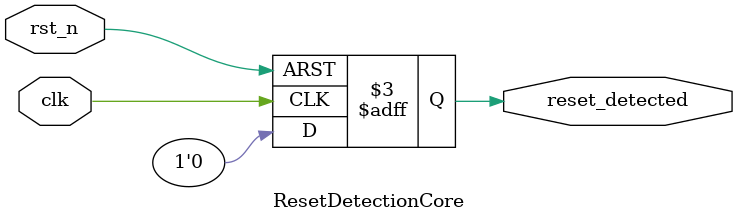
<source format=sv>
module ResetDetectorSync (
    input wire clk,
    input wire rst_n,
    output wire reset_detected
);

    // Internal signal for reset detection
    wire reset_detected_internal;

    // Instance: Reset Detection Core
    ResetDetectionCore u_reset_detection_core (
        .clk(clk),
        .rst_n(rst_n),
        .reset_detected(reset_detected_internal)
    );

    // Output assignment
    assign reset_detected = reset_detected_internal;

endmodule

// -----------------------------------------------------------------------------
// Module: ResetDetectionCore
// Function: Handles reset_detected signal generation based on rst_n input
// Inputs:
//   - clk: Clock signal
//   - rst_n: Active-low asynchronous reset
// Outputs:
//   - reset_detected: Indicates reset event (asserted when rst_n is low)
// -----------------------------------------------------------------------------
module ResetDetectionCore (
    input wire clk,
    input wire rst_n,
    output reg reset_detected
);
    always @(posedge clk or negedge rst_n) begin
        if (!rst_n) begin
            reset_detected <= 1'b1;
        end else begin
            reset_detected <= 1'b0;
        end
    end
endmodule
</source>
